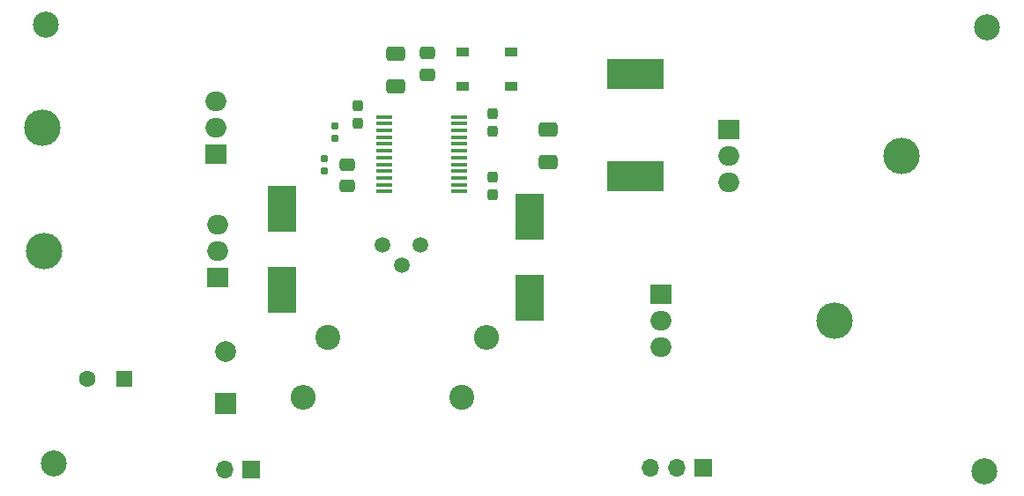
<source format=gts>
G04 #@! TF.GenerationSoftware,KiCad,Pcbnew,(6.0.1)*
G04 #@! TF.CreationDate,2022-04-24T16:28:33-07:00*
G04 #@! TF.ProjectId,StereoPS,53746572-656f-4505-932e-6b696361645f,rev?*
G04 #@! TF.SameCoordinates,Original*
G04 #@! TF.FileFunction,Soldermask,Top*
G04 #@! TF.FilePolarity,Negative*
%FSLAX46Y46*%
G04 Gerber Fmt 4.6, Leading zero omitted, Abs format (unit mm)*
G04 Created by KiCad (PCBNEW (6.0.1)) date 2022-04-24 16:28:33*
%MOMM*%
%LPD*%
G01*
G04 APERTURE LIST*
G04 Aperture macros list*
%AMRoundRect*
0 Rectangle with rounded corners*
0 $1 Rounding radius*
0 $2 $3 $4 $5 $6 $7 $8 $9 X,Y pos of 4 corners*
0 Add a 4 corners polygon primitive as box body*
4,1,4,$2,$3,$4,$5,$6,$7,$8,$9,$2,$3,0*
0 Add four circle primitives for the rounded corners*
1,1,$1+$1,$2,$3*
1,1,$1+$1,$4,$5*
1,1,$1+$1,$6,$7*
1,1,$1+$1,$8,$9*
0 Add four rect primitives between the rounded corners*
20,1,$1+$1,$2,$3,$4,$5,0*
20,1,$1+$1,$4,$5,$6,$7,0*
20,1,$1+$1,$6,$7,$8,$9,0*
20,1,$1+$1,$8,$9,$2,$3,0*%
G04 Aperture macros list end*
%ADD10RoundRect,0.250000X-0.650000X0.412500X-0.650000X-0.412500X0.650000X-0.412500X0.650000X0.412500X0*%
%ADD11R,1.200000X0.900000*%
%ADD12R,1.600000X1.600000*%
%ADD13C,1.600000*%
%ADD14RoundRect,0.160000X-0.160000X0.197500X-0.160000X-0.197500X0.160000X-0.197500X0.160000X0.197500X0*%
%ADD15R,2.700000X4.500000*%
%ADD16C,2.500000*%
%ADD17C,2.400000*%
%ADD18O,2.400000X2.400000*%
%ADD19R,1.639799X0.431000*%
%ADD20O,3.500000X3.500000*%
%ADD21R,2.000000X1.905000*%
%ADD22O,2.000000X1.905000*%
%ADD23R,1.700000X1.700000*%
%ADD24O,1.700000X1.700000*%
%ADD25RoundRect,0.237500X0.237500X-0.300000X0.237500X0.300000X-0.237500X0.300000X-0.237500X-0.300000X0*%
%ADD26C,1.498600*%
%ADD27R,2.000000X2.000000*%
%ADD28C,2.000000*%
%ADD29RoundRect,0.250000X-0.475000X0.337500X-0.475000X-0.337500X0.475000X-0.337500X0.475000X0.337500X0*%
%ADD30R,5.400000X2.900000*%
%ADD31RoundRect,0.237500X-0.237500X0.300000X-0.237500X-0.300000X0.237500X-0.300000X0.237500X0.300000X0*%
G04 APERTURE END LIST*
D10*
X144600000Y-81017500D03*
X144600000Y-84142500D03*
D11*
X151010000Y-84200000D03*
X151010000Y-80900000D03*
D12*
X118492651Y-112268000D03*
D13*
X114992651Y-112268000D03*
D14*
X137700000Y-91105000D03*
X137700000Y-92300000D03*
D15*
X133680000Y-103740000D03*
X133680000Y-95940000D03*
D16*
X201422000Y-78486000D03*
D17*
X138080000Y-108300000D03*
D18*
X153320000Y-108300000D03*
D19*
X143460550Y-87116180D03*
X143460550Y-87766420D03*
X143460550Y-88416660D03*
X143460550Y-89066900D03*
X143460550Y-89717140D03*
X143460550Y-90367380D03*
X143460550Y-91017620D03*
X143460550Y-91667860D03*
X143460550Y-92318100D03*
X143460550Y-92968340D03*
X143460550Y-93618580D03*
X143460550Y-94268820D03*
X150724950Y-94268820D03*
X150724950Y-93618580D03*
X150724950Y-92968340D03*
X150724950Y-92318100D03*
X150724950Y-91667860D03*
X150724950Y-91017620D03*
X150724950Y-90367380D03*
X150724950Y-89717140D03*
X150724950Y-89066900D03*
X150724950Y-88416660D03*
X150724950Y-87766420D03*
X150724950Y-87116180D03*
D20*
X186754000Y-106680000D03*
D21*
X170094000Y-104140000D03*
D22*
X170094000Y-106680000D03*
X170094000Y-109220000D03*
D17*
X150920000Y-114100000D03*
D18*
X135680000Y-114100000D03*
D20*
X110790000Y-99980000D03*
D21*
X127450000Y-102520000D03*
D22*
X127450000Y-99980000D03*
X127450000Y-97440000D03*
D20*
X193220000Y-90890000D03*
D21*
X176560000Y-88350000D03*
D22*
X176560000Y-90890000D03*
X176560000Y-93430000D03*
D16*
X111760000Y-120396000D03*
D23*
X174110000Y-120825000D03*
D24*
X171570000Y-120825000D03*
X169030000Y-120825000D03*
D25*
X140970000Y-87730500D03*
X140970000Y-86005500D03*
D26*
X143355500Y-99445500D03*
X145155500Y-101345500D03*
X146955500Y-99445500D03*
D27*
X128270000Y-114635677D03*
D28*
X128270000Y-109635677D03*
D29*
X139954000Y-91672500D03*
X139954000Y-93747500D03*
D16*
X201168000Y-121158000D03*
D30*
X167600000Y-82950000D03*
X167600000Y-92850000D03*
D25*
X153924000Y-88492500D03*
X153924000Y-86767500D03*
D14*
X138780000Y-88002500D03*
X138780000Y-89197500D03*
D23*
X130710000Y-121020000D03*
D24*
X128170000Y-121020000D03*
D15*
X157500000Y-104500000D03*
X157500000Y-96700000D03*
D10*
X159258000Y-88353500D03*
X159258000Y-91478500D03*
D29*
X147620000Y-80972500D03*
X147620000Y-83047500D03*
D31*
X153924000Y-92863500D03*
X153924000Y-94588500D03*
D20*
X110670000Y-88130000D03*
D21*
X127330000Y-90670000D03*
D22*
X127330000Y-88130000D03*
X127330000Y-85590000D03*
D16*
X110998000Y-78232000D03*
D11*
X155702000Y-84200000D03*
X155702000Y-80900000D03*
M02*

</source>
